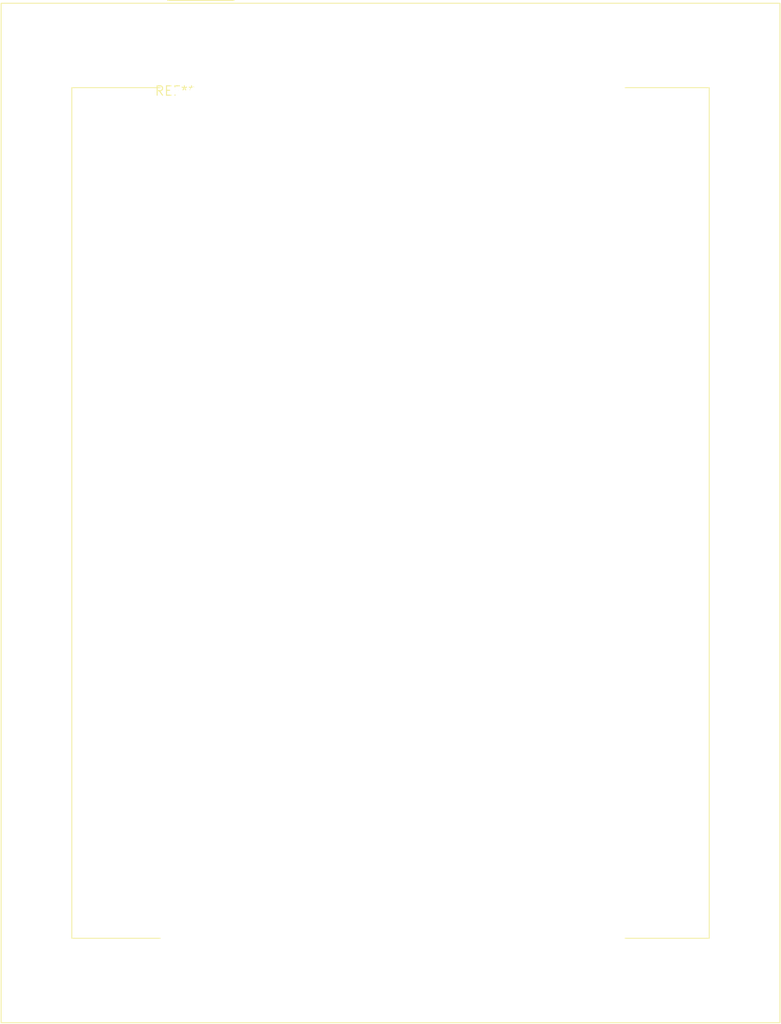
<source format=kicad_pcb>
(kicad_pcb (version 20240108) (generator pcbnew)
  (layers (0 "F.Cu" signal) (31 "B.Cu" signal) (34 "B.Paste" user) (35 "F.Paste" user) (36 "B.SilkS" user "B.Silkscreen") (37 "F.SilkS" user "F.Silkscreen") (38 "B.Mask" user) (39 "F.Mask" user) (44 "Edge.Cuts" user))
  (net 0 "")
  (footprint "EA_eDIP320X-XXX" (layer "F.Cu") (at 0 0)
    (property "Reference" "REF**")
    (property "Value" "EA_eDIP320X-XXX")
    (fp_line (start -23.56 -11.87) (end 81.98 -11.87) (layer "F.SilkS") (stroke (width 0.12)))
    (fp_line (start -23.56 126.17) (end -23.56 -11.87) (layer "F.SilkS") (stroke (width 0.12)))
    (fp_line (start -13.98 -0.44) (end -2 -0.44) (layer "F.SilkS") (stroke (width 0.12)))
    (fp_line (start -13.98 114.74) (end -13.98 -0.44) (layer "F.SilkS") (stroke (width 0.12)))
    (fp_line (start -13.98 114.74) (end -2 114.74) (layer "F.SilkS") (stroke (width 0.12)))
    (fp_line (start -1 -12.25) (end 8 -12.25) (layer "F.SilkS") (stroke (width 0.12)))
    (fp_line (start 61 -0.44) (end 72.4 -0.44) (layer "F.SilkS") (stroke (width 0.12)))
    (fp_line (start 72.4 -0.44) (end 72.4 114.74) (layer "F.SilkS") (stroke (width 0.12)))
    (fp_line (start 72.4 114.74) (end 61 114.74) (layer "F.SilkS") (stroke (width 0.12)))
    (fp_line (start 81.98 -11.87) (end 81.98 126.17) (layer "F.SilkS") (stroke (width 0.12)))
    (fp_line (start 81.98 126.17) (end -23.56 126.17) (layer "F.SilkS") (stroke (width 0.12)))
    (pad "1" thru_hole rect (at 0 0) (size 1.5 1.5) (drill 1) (layers *.Cu *.Mask) (remove_unused_layers))
    (pad "2" thru_hole circle (at 2.54 0) (size 1.5 1.5) (drill 1) (layers *.Cu *.Mask) (remove_unused_layers))
    (pad "3" thru_hole circle (at 5.08 0) (size 1.5 1.5) (drill 1) (layers *.Cu *.Mask) (remove_unused_layers))
    (pad "4" thru_hole circle (at 7.62 0) (size 1.5 1.5) (drill 1) (layers *.Cu *.Mask) (remove_unused_layers))
    (pad "5" thru_hole circle (at 10.16 0) (size 1.5 1.5) (drill 1) (layers *.Cu *.Mask) (remove_unused_layers))
    (pad "6" thru_hole circle (at 12.7 0) (size 1.5 1.5) (drill 1) (layers *.Cu *.Mask) (remove_unused_layers))
    (pad "7" thru_hole circle (at 15.24 0) (size 1.5 1.5) (drill 1) (layers *.Cu *.Mask) (remove_unused_layers))
    (pad "8" thru_hole circle (at 17.78 0) (size 1.5 1.5) (drill 1) (layers *.Cu *.Mask) (remove_unused_layers))
    (pad "9" thru_hole circle (at 20.32 0) (size 1.5 1.5) (drill 1) (layers *.Cu *.Mask) (remove_unused_layers))
    (pad "10" thru_hole circle (at 22.86 0) (size 1.5 1.5) (drill 1) (layers *.Cu *.Mask) (remove_unused_layers))
    (pad "11" thru_hole circle (at 25.4 0) (size 1.5 1.5) (drill 1) (layers *.Cu *.Mask) (remove_unused_layers))
    (pad "12" thru_hole circle (at 27.94 0) (size 1.5 1.5) (drill 1) (layers *.Cu *.Mask) (remove_unused_layers))
    (pad "13" thru_hole circle (at 30.48 0) (size 1.5 1.5) (drill 1) (layers *.Cu *.Mask) (remove_unused_layers))
    (pad "14" thru_hole circle (at 33.02 0) (size 1.5 1.5) (drill 1) (layers *.Cu *.Mask) (remove_unused_layers))
    (pad "15" thru_hole circle (at 35.56 0) (size 1.5 1.5) (drill 1) (layers *.Cu *.Mask) (remove_unused_layers))
    (pad "16" thru_hole circle (at 38.1 0) (size 1.5 1.5) (drill 1) (layers *.Cu *.Mask) (remove_unused_layers))
    (pad "17" thru_hole circle (at 40.64 0) (size 1.5 1.5) (drill 1) (layers *.Cu *.Mask) (remove_unused_layers))
    (pad "18" thru_hole circle (at 43.18 0) (size 1.5 1.5) (drill 1) (layers *.Cu *.Mask) (remove_unused_layers))
    (pad "19" thru_hole circle (at 45.72 0) (size 1.5 1.5) (drill 1) (layers *.Cu *.Mask) (remove_unused_layers))
    (pad "20" thru_hole circle (at 48.26 0) (size 1.5 1.5) (drill 1) (layers *.Cu *.Mask) (remove_unused_layers))
    (pad "21" thru_hole circle (at 50.8 0) (size 1.5 1.5) (drill 1) (layers *.Cu *.Mask) (remove_unused_layers))
    (pad "22" thru_hole circle (at 53.34 0) (size 1.5 1.5) (drill 1) (layers *.Cu *.Mask) (remove_unused_layers))
    (pad "23" thru_hole circle (at 55.88 0) (size 1.5 1.5) (drill 1) (layers *.Cu *.Mask) (remove_unused_layers))
    (pad "24" thru_hole circle (at 58.42 0) (size 1.5 1.5) (drill 1) (layers *.Cu *.Mask) (remove_unused_layers))
    (pad "25" thru_hole circle (at 58.42 114.3) (size 1.5 1.5) (drill 1) (layers *.Cu *.Mask) (remove_unused_layers))
    (pad "26" thru_hole circle (at 55.88 114.3) (size 1.5 1.5) (drill 1) (layers *.Cu *.Mask) (remove_unused_layers))
    (pad "27" thru_hole circle (at 53.34 114.3) (size 1.5 1.5) (drill 1) (layers *.Cu *.Mask) (remove_unused_layers))
    (pad "28" thru_hole circle (at 50.8 114.3) (size 1.5 1.5) (drill 1) (layers *.Cu *.Mask) (remove_unused_layers))
    (pad "29" thru_hole circle (at 48.26 114.3) (size 1.5 1.5) (drill 1) (layers *.Cu *.Mask) (remove_unused_layers))
    (pad "30" thru_hole circle (at 45.72 114.3) (size 1.5 1.5) (drill 1) (layers *.Cu *.Mask) (remove_unused_layers))
    (pad "31" thru_hole circle (at 43.18 114.3) (size 1.5 1.5) (drill 1) (layers *.Cu *.Mask) (remove_unused_layers))
    (pad "32" thru_hole circle (at 40.64 114.3) (size 1.5 1.5) (drill 1) (layers *.Cu *.Mask) (remove_unused_layers))
    (pad "33" thru_hole circle (at 38.1 114.3) (size 1.5 1.5) (drill 1) (layers *.Cu *.Mask) (remove_unused_layers))
    (pad "34" thru_hole circle (at 35.56 114.3) (size 1.5 1.5) (drill 1) (layers *.Cu *.Mask) (remove_unused_layers))
    (pad "35" thru_hole circle (at 33.02 114.3) (size 1.5 1.5) (drill 1) (layers *.Cu *.Mask) (remove_unused_layers))
    (pad "36" thru_hole circle (at 30.48 114.3) (size 1.5 1.5) (drill 1) (layers *.Cu *.Mask) (remove_unused_layers))
    (pad "37" thru_hole circle (at 27.94 114.3) (size 1.5 1.5) (drill 1) (layers *.Cu *.Mask) (remove_unused_layers))
    (pad "38" thru_hole circle (at 25.4 114.3) (size 1.5 1.5) (drill 1) (layers *.Cu *.Mask) (remove_unused_layers))
    (pad "39" thru_hole circle (at 22.86 114.3) (size 1.5 1.5) (drill 1) (layers *.Cu *.Mask) (remove_unused_layers))
    (pad "40" thru_hole circle (at 20.32 114.3) (size 1.5 1.5) (drill 1) (layers *.Cu *.Mask) (remove_unused_layers))
    (pad "41" thru_hole circle (at 17.78 114.3) (size 1.5 1.5) (drill 1) (layers *.Cu *.Mask) (remove_unused_layers))
    (pad "42" thru_hole circle (at 15.24 114.3) (size 1.5 1.5) (drill 1) (layers *.Cu *.Mask) (remove_unused_layers))
    (pad "43" thru_hole circle (at 12.7 114.3) (size 1.5 1.5) (drill 1) (layers *.Cu *.Mask) (remove_unused_layers))
    (pad "44" thru_hole circle (at 10.16 114.3) (size 1.5 1.5) (drill 1) (layers *.Cu *.Mask) (remove_unused_layers))
    (pad "45" thru_hole circle (at 7.62 114.3) (size 1.5 1.5) (drill 1) (layers *.Cu *.Mask) (remove_unused_layers))
    (pad "46" thru_hole circle (at 5.08 114.3) (size 1.5 1.5) (drill 1) (layers *.Cu *.Mask) (remove_unused_layers))
    (pad "47" thru_hole circle (at 2.54 114.3) (size 1.5 1.5) (drill 1) (layers *.Cu *.Mask) (remove_unused_layers))
    (pad "48" thru_hole circle (at 0 114.3) (size 1.5 1.5) (drill 1) (layers *.Cu *.Mask) (remove_unused_layers))
  )
)
</source>
